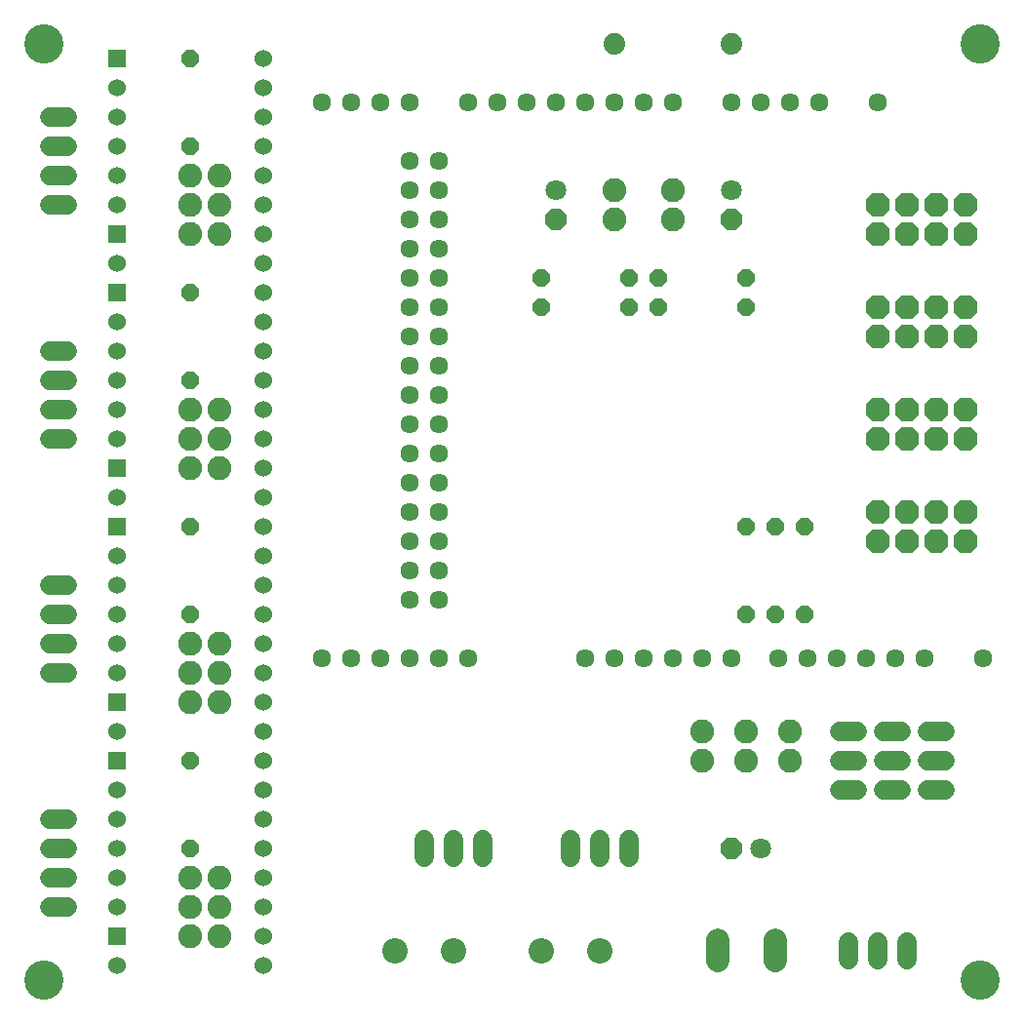
<source format=gbr>
G75*
G70*
%OFA0B0*%
%FSLAX24Y24*%
%IPPOS*%
%LPD*%
%AMOC8*
5,1,8,0,0,1.08239X$1,22.5*
%
%ADD10C,0.1340*%
%ADD11C,0.0680*%
%ADD12C,0.0634*%
%ADD13C,0.0785*%
%ADD14C,0.0867*%
%ADD15OC8,0.0710*%
%ADD16C,0.0710*%
%ADD17C,0.0740*%
%ADD18C,0.0674*%
%ADD19C,0.0600*%
%ADD20R,0.0600X0.0600*%
%ADD21OC8,0.0600*%
%ADD22OC8,0.0820*%
%ADD23C,0.0820*%
D10*
X001601Y001601D03*
X033601Y001601D03*
X033601Y033601D03*
X001601Y033601D03*
D11*
X001801Y031101D02*
X002401Y031101D01*
X002401Y030101D02*
X001801Y030101D01*
X001801Y029101D02*
X002401Y029101D01*
X002401Y028101D02*
X001801Y028101D01*
X001801Y023101D02*
X002401Y023101D01*
X002401Y022101D02*
X001801Y022101D01*
X001801Y021101D02*
X002401Y021101D01*
X002401Y020101D02*
X001801Y020101D01*
X001801Y015101D02*
X002401Y015101D01*
X002401Y014101D02*
X001801Y014101D01*
X001801Y013101D02*
X002401Y013101D01*
X002401Y012101D02*
X001801Y012101D01*
X001801Y007101D02*
X002401Y007101D01*
X002401Y006101D02*
X001801Y006101D01*
X001801Y005101D02*
X002401Y005101D01*
X002401Y004101D02*
X001801Y004101D01*
X014601Y005801D02*
X014601Y006401D01*
X015601Y006401D02*
X015601Y005801D01*
X016601Y005801D02*
X016601Y006401D01*
X019601Y006401D02*
X019601Y005801D01*
X020601Y005801D02*
X020601Y006401D01*
X021601Y006401D02*
X021601Y005801D01*
X028801Y008101D02*
X029401Y008101D01*
X029401Y009101D02*
X028801Y009101D01*
X028801Y010101D02*
X029401Y010101D01*
X030301Y010101D02*
X030901Y010101D01*
X031801Y010101D02*
X032401Y010101D01*
X032401Y009101D02*
X031801Y009101D01*
X031801Y008101D02*
X032401Y008101D01*
X030901Y008101D02*
X030301Y008101D01*
X030301Y009101D02*
X030901Y009101D01*
D12*
X030701Y012601D03*
X031701Y012601D03*
X033701Y012601D03*
X029701Y012601D03*
X028701Y012601D03*
X027701Y012601D03*
X026701Y012601D03*
X025101Y012601D03*
X024101Y012601D03*
X023101Y012601D03*
X022101Y012601D03*
X021101Y012601D03*
X020101Y012601D03*
X016101Y012601D03*
X015101Y012601D03*
X014101Y012601D03*
X013101Y012601D03*
X012101Y012601D03*
X011101Y012601D03*
X014101Y014601D03*
X014101Y015601D03*
X014101Y016601D03*
X014101Y017601D03*
X014101Y018601D03*
X014101Y019601D03*
X014101Y020601D03*
X014101Y021601D03*
X014101Y022601D03*
X014101Y023601D03*
X014101Y024601D03*
X014101Y025601D03*
X014101Y026601D03*
X014101Y027601D03*
X014101Y028601D03*
X014101Y029601D03*
X015101Y029601D03*
X015101Y028601D03*
X015101Y027601D03*
X015101Y026601D03*
X015101Y025601D03*
X015101Y024601D03*
X015101Y023601D03*
X015101Y022601D03*
X015101Y021601D03*
X015101Y020601D03*
X015101Y019601D03*
X015101Y018601D03*
X015101Y017601D03*
X015101Y016601D03*
X015101Y015601D03*
X015101Y014601D03*
X014101Y031601D03*
X013101Y031601D03*
X012101Y031601D03*
X011101Y031601D03*
X016101Y031601D03*
X017101Y031601D03*
X018101Y031601D03*
X019101Y031601D03*
X020101Y031601D03*
X021101Y031601D03*
X022101Y031601D03*
X023101Y031601D03*
X025101Y031601D03*
X026101Y031601D03*
X027101Y031601D03*
X028101Y031601D03*
X030101Y031601D03*
D13*
X026585Y002953D02*
X026585Y002248D01*
X024617Y002248D02*
X024617Y002953D01*
D14*
X020592Y002611D03*
X018592Y002611D03*
X015592Y002611D03*
X013592Y002611D03*
D15*
X025101Y006101D03*
X025101Y027601D03*
X019101Y027601D03*
D16*
X019101Y028601D03*
X025101Y028601D03*
X026101Y006101D03*
D17*
X025101Y033601D03*
X021101Y033601D03*
D18*
X029101Y002898D02*
X029101Y002304D01*
X030101Y002304D02*
X030101Y002898D01*
X031101Y002898D02*
X031101Y002304D01*
D19*
X009101Y002101D03*
X009101Y003101D03*
X009101Y004101D03*
X009101Y005101D03*
X009101Y006101D03*
X009101Y007101D03*
X009101Y008101D03*
X009101Y009101D03*
X009101Y010101D03*
X009101Y011101D03*
X009101Y012101D03*
X009101Y013101D03*
X009101Y014101D03*
X009101Y015101D03*
X009101Y016101D03*
X009101Y017101D03*
X009101Y018101D03*
X009101Y019101D03*
X009101Y020101D03*
X009101Y021101D03*
X009101Y022101D03*
X009101Y023101D03*
X009101Y024101D03*
X009101Y025101D03*
X009101Y026101D03*
X009101Y027101D03*
X009101Y028101D03*
X009101Y029101D03*
X009101Y030101D03*
X009101Y031101D03*
X009101Y032101D03*
X009101Y033101D03*
X004101Y032101D03*
X004101Y031101D03*
X004101Y030101D03*
X004101Y029101D03*
X004101Y028101D03*
X004101Y026101D03*
X004101Y024101D03*
X004101Y023101D03*
X004101Y022101D03*
X004101Y021101D03*
X004101Y020101D03*
X004101Y018101D03*
X004101Y016101D03*
X004101Y015101D03*
X004101Y014101D03*
X004101Y013101D03*
X004101Y012101D03*
X004101Y010101D03*
X004101Y008101D03*
X004101Y007101D03*
X004101Y006101D03*
X004101Y005101D03*
X004101Y004101D03*
X004101Y002101D03*
D20*
X004101Y003101D03*
X004101Y009101D03*
X004101Y011101D03*
X004101Y017101D03*
X004101Y019101D03*
X004101Y025101D03*
X004101Y027101D03*
X004101Y033101D03*
D21*
X006601Y033101D03*
X006601Y030101D03*
X006601Y025101D03*
X006601Y022101D03*
X006601Y017101D03*
X006601Y014101D03*
X006601Y009101D03*
X006601Y006101D03*
X025601Y014101D03*
X026601Y014101D03*
X027601Y014101D03*
X027601Y017101D03*
X026601Y017101D03*
X025601Y017101D03*
X025601Y024601D03*
X025601Y025601D03*
X022601Y025601D03*
X021601Y025601D03*
X021601Y024601D03*
X022601Y024601D03*
X018601Y024601D03*
X018601Y025601D03*
D22*
X030101Y024601D03*
X030101Y023601D03*
X031101Y023601D03*
X031101Y024601D03*
X032101Y024601D03*
X033101Y024601D03*
X033101Y023601D03*
X032101Y023601D03*
X032101Y021101D03*
X033101Y021101D03*
X033101Y020101D03*
X032101Y020101D03*
X031101Y020101D03*
X031101Y021101D03*
X030101Y021101D03*
X030101Y020101D03*
X030101Y017601D03*
X030101Y016601D03*
X031101Y016601D03*
X031101Y017601D03*
X032101Y017601D03*
X033101Y017601D03*
X033101Y016601D03*
X032101Y016601D03*
X032101Y027101D03*
X033101Y027101D03*
X033101Y028101D03*
X032101Y028101D03*
X031101Y028101D03*
X031101Y027101D03*
X030101Y027101D03*
X030101Y028101D03*
D23*
X023101Y028601D03*
X023101Y027601D03*
X021101Y027601D03*
X021101Y028601D03*
X007601Y029101D03*
X007601Y028101D03*
X007601Y027101D03*
X006601Y027101D03*
X006601Y028101D03*
X006601Y029101D03*
X006601Y021101D03*
X006601Y020101D03*
X007601Y020101D03*
X007601Y021101D03*
X007601Y019101D03*
X006601Y019101D03*
X006601Y013101D03*
X007601Y013101D03*
X007601Y012101D03*
X007601Y011101D03*
X006601Y011101D03*
X006601Y012101D03*
X006601Y005101D03*
X007601Y005101D03*
X007601Y004101D03*
X007601Y003101D03*
X006601Y003101D03*
X006601Y004101D03*
X024101Y009101D03*
X024101Y010101D03*
X025601Y010101D03*
X025601Y009101D03*
X027101Y009101D03*
X027101Y010101D03*
M02*

</source>
